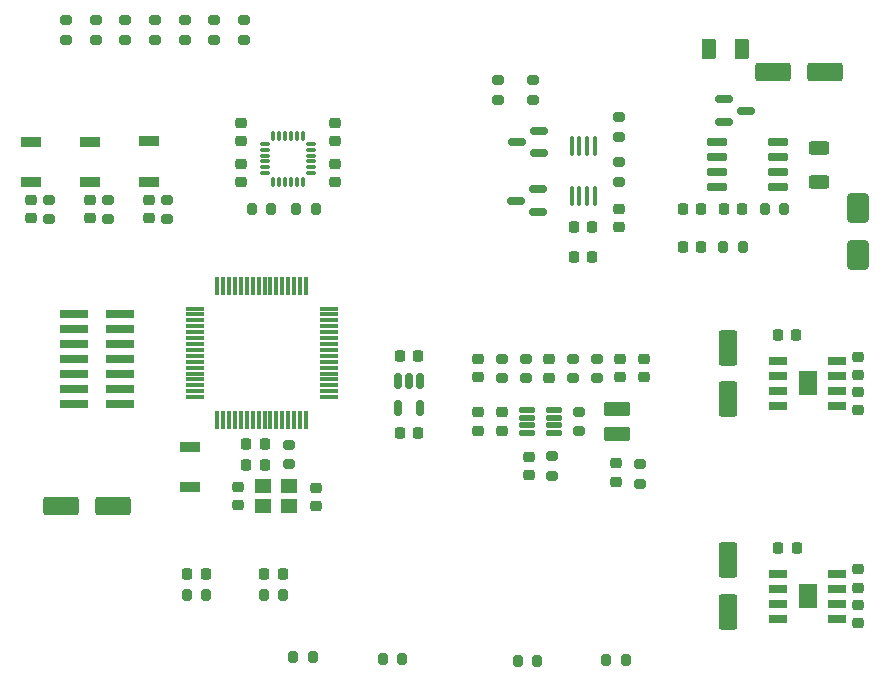
<source format=gbr>
%TF.GenerationSoftware,KiCad,Pcbnew,7.0.7*%
%TF.CreationDate,2023-10-25T17:12:00+02:00*%
%TF.ProjectId,kicad_chat-souris,6b696361-645f-4636-9861-742d736f7572,rev?*%
%TF.SameCoordinates,Original*%
%TF.FileFunction,Paste,Top*%
%TF.FilePolarity,Positive*%
%FSLAX46Y46*%
G04 Gerber Fmt 4.6, Leading zero omitted, Abs format (unit mm)*
G04 Created by KiCad (PCBNEW 7.0.7) date 2023-10-25 17:12:00*
%MOMM*%
%LPD*%
G01*
G04 APERTURE LIST*
G04 Aperture macros list*
%AMRoundRect*
0 Rectangle with rounded corners*
0 $1 Rounding radius*
0 $2 $3 $4 $5 $6 $7 $8 $9 X,Y pos of 4 corners*
0 Add a 4 corners polygon primitive as box body*
4,1,4,$2,$3,$4,$5,$6,$7,$8,$9,$2,$3,0*
0 Add four circle primitives for the rounded corners*
1,1,$1+$1,$2,$3*
1,1,$1+$1,$4,$5*
1,1,$1+$1,$6,$7*
1,1,$1+$1,$8,$9*
0 Add four rect primitives between the rounded corners*
20,1,$1+$1,$2,$3,$4,$5,0*
20,1,$1+$1,$4,$5,$6,$7,0*
20,1,$1+$1,$6,$7,$8,$9,0*
20,1,$1+$1,$8,$9,$2,$3,0*%
G04 Aperture macros list end*
%ADD10RoundRect,0.250000X-1.250000X-0.550000X1.250000X-0.550000X1.250000X0.550000X-1.250000X0.550000X0*%
%ADD11RoundRect,0.225000X-0.225000X-0.250000X0.225000X-0.250000X0.225000X0.250000X-0.225000X0.250000X0*%
%ADD12RoundRect,0.200000X-0.275000X0.200000X-0.275000X-0.200000X0.275000X-0.200000X0.275000X0.200000X0*%
%ADD13RoundRect,0.200000X0.275000X-0.200000X0.275000X0.200000X-0.275000X0.200000X-0.275000X-0.200000X0*%
%ADD14RoundRect,0.200000X-0.200000X-0.275000X0.200000X-0.275000X0.200000X0.275000X-0.200000X0.275000X0*%
%ADD15R,1.700000X0.900000*%
%ADD16R,1.400000X1.200000*%
%ADD17RoundRect,0.200000X0.200000X0.275000X-0.200000X0.275000X-0.200000X-0.275000X0.200000X-0.275000X0*%
%ADD18RoundRect,0.225000X-0.250000X0.225000X-0.250000X-0.225000X0.250000X-0.225000X0.250000X0.225000X0*%
%ADD19RoundRect,0.218750X-0.218750X-0.256250X0.218750X-0.256250X0.218750X0.256250X-0.218750X0.256250X0*%
%ADD20RoundRect,0.225000X0.250000X-0.225000X0.250000X0.225000X-0.250000X0.225000X-0.250000X-0.225000X0*%
%ADD21R,1.505000X0.802000*%
%ADD22R,1.567800X2.101200*%
%ADD23RoundRect,0.150000X-0.725000X-0.150000X0.725000X-0.150000X0.725000X0.150000X-0.725000X0.150000X0*%
%ADD24RoundRect,0.218750X0.218750X0.256250X-0.218750X0.256250X-0.218750X-0.256250X0.218750X-0.256250X0*%
%ADD25RoundRect,0.075000X0.350000X0.075000X-0.350000X0.075000X-0.350000X-0.075000X0.350000X-0.075000X0*%
%ADD26RoundRect,0.075000X-0.075000X0.350000X-0.075000X-0.350000X0.075000X-0.350000X0.075000X0.350000X0*%
%ADD27RoundRect,0.250000X0.375000X0.625000X-0.375000X0.625000X-0.375000X-0.625000X0.375000X-0.625000X0*%
%ADD28RoundRect,0.075000X0.075000X-0.700000X0.075000X0.700000X-0.075000X0.700000X-0.075000X-0.700000X0*%
%ADD29RoundRect,0.075000X0.700000X-0.075000X0.700000X0.075000X-0.700000X0.075000X-0.700000X-0.075000X0*%
%ADD30R,2.400000X0.740000*%
%ADD31RoundRect,0.150000X0.587500X0.150000X-0.587500X0.150000X-0.587500X-0.150000X0.587500X-0.150000X0*%
%ADD32RoundRect,0.250000X0.625000X-0.312500X0.625000X0.312500X-0.625000X0.312500X-0.625000X-0.312500X0*%
%ADD33RoundRect,0.150000X-0.587500X-0.150000X0.587500X-0.150000X0.587500X0.150000X-0.587500X0.150000X0*%
%ADD34RoundRect,0.250000X0.550000X-1.250000X0.550000X1.250000X-0.550000X1.250000X-0.550000X-1.250000X0*%
%ADD35RoundRect,0.100000X0.100000X-0.712500X0.100000X0.712500X-0.100000X0.712500X-0.100000X-0.712500X0*%
%ADD36RoundRect,0.225000X0.225000X0.250000X-0.225000X0.250000X-0.225000X-0.250000X0.225000X-0.250000X0*%
%ADD37RoundRect,0.125000X-0.537500X-0.125000X0.537500X-0.125000X0.537500X0.125000X-0.537500X0.125000X0*%
%ADD38RoundRect,0.218750X0.256250X-0.218750X0.256250X0.218750X-0.256250X0.218750X-0.256250X-0.218750X0*%
%ADD39RoundRect,0.250000X0.850000X-0.375000X0.850000X0.375000X-0.850000X0.375000X-0.850000X-0.375000X0*%
%ADD40RoundRect,0.250000X0.650000X-1.000000X0.650000X1.000000X-0.650000X1.000000X-0.650000X-1.000000X0*%
%ADD41RoundRect,0.150000X-0.150000X0.512500X-0.150000X-0.512500X0.150000X-0.512500X0.150000X0.512500X0*%
G04 APERTURE END LIST*
D10*
%TO.C,C505*%
X112120000Y-98720000D03*
X116520000Y-98720000D03*
%TD*%
D11*
%TO.C,C2*%
X127795000Y-95220000D03*
X129345000Y-95220000D03*
%TD*%
%TO.C,C1*%
X127770000Y-93470000D03*
X129320000Y-93470000D03*
%TD*%
D12*
%TO.C,R804*%
X159295000Y-65757500D03*
X159295000Y-67407500D03*
%TD*%
D13*
%TO.C,R302*%
X149432500Y-87870000D03*
X149432500Y-86220000D03*
%TD*%
D14*
%TO.C,R501*%
X131745000Y-111470000D03*
X133395000Y-111470000D03*
%TD*%
D13*
%TO.C,R803*%
X152070000Y-64295000D03*
X152070000Y-62645000D03*
%TD*%
D15*
%TO.C,SW201*%
X122970000Y-97120000D03*
X122970000Y-93720000D03*
%TD*%
D16*
%TO.C,Y201*%
X129170000Y-98670000D03*
X131370000Y-98670000D03*
X131370000Y-96970000D03*
X129170000Y-96970000D03*
%TD*%
D17*
%TO.C,R504*%
X159895000Y-111720000D03*
X158245000Y-111720000D03*
%TD*%
D11*
%TO.C,C802*%
X155495000Y-75082500D03*
X157045000Y-75082500D03*
%TD*%
D18*
%TO.C,C303*%
X149432500Y-90770000D03*
X149432500Y-92320000D03*
%TD*%
%TO.C,C503*%
X127320000Y-66245000D03*
X127320000Y-67795000D03*
%TD*%
D17*
%TO.C,R503*%
X140995000Y-111620000D03*
X139345000Y-111620000D03*
%TD*%
D13*
%TO.C,R2*%
X125060000Y-57570000D03*
X125060000Y-59220000D03*
%TD*%
D18*
%TO.C,C202*%
X114570000Y-72795000D03*
X114570000Y-74345000D03*
%TD*%
D10*
%TO.C,C805*%
X172370000Y-61970000D03*
X176770000Y-61970000D03*
%TD*%
D13*
%TO.C,R305*%
X157432500Y-87870000D03*
X157432500Y-86220000D03*
%TD*%
D19*
%TO.C,D201*%
X122782500Y-104470000D03*
X124357500Y-104470000D03*
%TD*%
D11*
%TO.C,C404*%
X172822500Y-102220000D03*
X174372500Y-102220000D03*
%TD*%
D20*
%TO.C,C304*%
X151682500Y-96070000D03*
X151682500Y-94520000D03*
%TD*%
%TO.C,C504*%
X127320000Y-71295000D03*
X127320000Y-69745000D03*
%TD*%
D13*
%TO.C,R4*%
X120040000Y-57570000D03*
X120040000Y-59220000D03*
%TD*%
%TO.C,R304*%
X151432500Y-87870000D03*
X151432500Y-86220000D03*
%TD*%
D14*
%TO.C,R506*%
X128245000Y-73520000D03*
X129895000Y-73520000D03*
%TD*%
D21*
%TO.C,U401*%
X172822500Y-86410000D03*
X172822500Y-87680000D03*
X172822500Y-88950000D03*
X172822500Y-90220000D03*
X177817500Y-90220000D03*
X177817500Y-88950000D03*
X177817500Y-87680000D03*
X177817500Y-86410000D03*
D22*
X175320000Y-88315000D03*
%TD*%
D23*
%TO.C,U801*%
X167670000Y-67910000D03*
X167670000Y-69180000D03*
X167670000Y-70450000D03*
X167670000Y-71720000D03*
X172820000Y-71720000D03*
X172820000Y-70450000D03*
X172820000Y-69180000D03*
X172820000Y-67910000D03*
%TD*%
D24*
%TO.C,D202*%
X130857500Y-104470000D03*
X129282500Y-104470000D03*
%TD*%
D25*
%TO.C,U501*%
X133270000Y-70520000D03*
X133270000Y-70020000D03*
X133270000Y-69520000D03*
X133270000Y-69020000D03*
X133270000Y-68520000D03*
X133270000Y-68020000D03*
D26*
X132570000Y-67320000D03*
X132070000Y-67320000D03*
X131570000Y-67320000D03*
X131070000Y-67320000D03*
X130570000Y-67320000D03*
X130070000Y-67320000D03*
D25*
X129370000Y-68020000D03*
X129370000Y-68520000D03*
X129370000Y-69020000D03*
X129370000Y-69520000D03*
X129370000Y-70020000D03*
X129370000Y-70520000D03*
D26*
X130070000Y-71220000D03*
X130570000Y-71220000D03*
X131070000Y-71220000D03*
X131570000Y-71220000D03*
X132070000Y-71220000D03*
X132570000Y-71220000D03*
%TD*%
D11*
%TO.C,C403*%
X172770000Y-84220000D03*
X174320000Y-84220000D03*
%TD*%
D27*
%TO.C,F801*%
X169720000Y-59970000D03*
X166920000Y-59970000D03*
%TD*%
D28*
%TO.C,IC201*%
X125320000Y-91395000D03*
X125820000Y-91395000D03*
X126320000Y-91395000D03*
X126820000Y-91395000D03*
X127320000Y-91395000D03*
X127820000Y-91395000D03*
X128320000Y-91395000D03*
X128820000Y-91395000D03*
X129320000Y-91395000D03*
X129820000Y-91395000D03*
X130320000Y-91395000D03*
X130820000Y-91395000D03*
X131320000Y-91395000D03*
X131820000Y-91395000D03*
X132320000Y-91395000D03*
X132820000Y-91395000D03*
D29*
X134745000Y-89470000D03*
X134745000Y-88970000D03*
X134745000Y-88470000D03*
X134745000Y-87970000D03*
X134745000Y-87470000D03*
X134745000Y-86970000D03*
X134745000Y-86470000D03*
X134745000Y-85970000D03*
X134745000Y-85470000D03*
X134745000Y-84970000D03*
X134745000Y-84470000D03*
X134745000Y-83970000D03*
X134745000Y-83470000D03*
X134745000Y-82970000D03*
X134745000Y-82470000D03*
X134745000Y-81970000D03*
D28*
X132820000Y-80045000D03*
X132320000Y-80045000D03*
X131820000Y-80045000D03*
X131320000Y-80045000D03*
X130820000Y-80045000D03*
X130320000Y-80045000D03*
X129820000Y-80045000D03*
X129320000Y-80045000D03*
X128820000Y-80045000D03*
X128320000Y-80045000D03*
X127820000Y-80045000D03*
X127320000Y-80045000D03*
X126820000Y-80045000D03*
X126320000Y-80045000D03*
X125820000Y-80045000D03*
X125320000Y-80045000D03*
D29*
X123395000Y-81970000D03*
X123395000Y-82470000D03*
X123395000Y-82970000D03*
X123395000Y-83470000D03*
X123395000Y-83970000D03*
X123395000Y-84470000D03*
X123395000Y-84970000D03*
X123395000Y-85470000D03*
X123395000Y-85970000D03*
X123395000Y-86470000D03*
X123395000Y-86970000D03*
X123395000Y-87470000D03*
X123395000Y-87970000D03*
X123395000Y-88470000D03*
X123395000Y-88970000D03*
X123395000Y-89470000D03*
%TD*%
D12*
%TO.C,R306*%
X155432500Y-86220000D03*
X155432500Y-87870000D03*
%TD*%
D20*
%TO.C,C307*%
X161432500Y-87795000D03*
X161432500Y-86245000D03*
%TD*%
D30*
%TO.C,J201*%
X113170000Y-82450000D03*
X117070000Y-82450000D03*
X113170000Y-83720000D03*
X117070000Y-83720000D03*
X113170000Y-84990000D03*
X117070000Y-84990000D03*
X113170000Y-86260000D03*
X117070000Y-86260000D03*
X113170000Y-87530000D03*
X117070000Y-87530000D03*
X113170000Y-88800000D03*
X117070000Y-88800000D03*
X113170000Y-90070000D03*
X117070000Y-90070000D03*
%TD*%
D18*
%TO.C,C201*%
X119570000Y-72795000D03*
X119570000Y-74345000D03*
%TD*%
D12*
%TO.C,R805*%
X159295000Y-69582500D03*
X159295000Y-71232500D03*
%TD*%
D15*
%TO.C,SW204*%
X109570000Y-67870000D03*
X109570000Y-71270000D03*
%TD*%
D31*
%TO.C,Q802*%
X152482500Y-73782500D03*
X152482500Y-71882500D03*
X150607500Y-72832500D03*
%TD*%
D13*
%TO.C,R3*%
X122550000Y-57570000D03*
X122550000Y-59220000D03*
%TD*%
D18*
%TO.C,C205*%
X133670000Y-97145000D03*
X133670000Y-98695000D03*
%TD*%
D13*
%TO.C,R1*%
X127570000Y-57570000D03*
X127570000Y-59220000D03*
%TD*%
%TO.C,R802*%
X149070000Y-64295000D03*
X149070000Y-62645000D03*
%TD*%
D21*
%TO.C,U402*%
X172825000Y-104410000D03*
X172825000Y-105680000D03*
X172825000Y-106950000D03*
X172825000Y-108220000D03*
X177820000Y-108220000D03*
X177820000Y-106950000D03*
X177820000Y-105680000D03*
X177820000Y-104410000D03*
D22*
X175322500Y-106315000D03*
%TD*%
D32*
%TO.C,R_SENSE801*%
X176245000Y-71277500D03*
X176245000Y-68352500D03*
%TD*%
D33*
%TO.C,Q803*%
X168195000Y-64270000D03*
X168195000Y-66170000D03*
X170070000Y-65220000D03*
%TD*%
D12*
%TO.C,R303*%
X153682500Y-94470000D03*
X153682500Y-96120000D03*
%TD*%
D34*
%TO.C,C406*%
X168570000Y-89670000D03*
X168570000Y-85270000D03*
%TD*%
D13*
%TO.C,R203*%
X111070000Y-74395000D03*
X111070000Y-72745000D03*
%TD*%
D34*
%TO.C,C405*%
X168570000Y-107670000D03*
X168570000Y-103270000D03*
%TD*%
D20*
%TO.C,C204*%
X127070000Y-98595000D03*
X127070000Y-97045000D03*
%TD*%
D13*
%TO.C,R5*%
X117530000Y-57570000D03*
X117530000Y-59220000D03*
%TD*%
D18*
%TO.C,C804*%
X159295000Y-73557500D03*
X159295000Y-75107500D03*
%TD*%
%TO.C,C203*%
X109570000Y-72795000D03*
X109570000Y-74345000D03*
%TD*%
D35*
%TO.C,U802*%
X155320000Y-72445000D03*
X155970000Y-72445000D03*
X156620000Y-72445000D03*
X157270000Y-72445000D03*
X157270000Y-68220000D03*
X156620000Y-68220000D03*
X155970000Y-68220000D03*
X155320000Y-68220000D03*
%TD*%
D18*
%TO.C,C402*%
X179572500Y-107040000D03*
X179572500Y-108590000D03*
%TD*%
%TO.C,C305*%
X153432500Y-86270000D03*
X153432500Y-87820000D03*
%TD*%
D36*
%TO.C,C801*%
X166270000Y-73565000D03*
X164720000Y-73565000D03*
%TD*%
D12*
%TO.C,R206*%
X131370000Y-93495000D03*
X131370000Y-95145000D03*
%TD*%
D20*
%TO.C,C408*%
X179572500Y-105590000D03*
X179572500Y-104040000D03*
%TD*%
%TO.C,C302*%
X147432500Y-87795000D03*
X147432500Y-86245000D03*
%TD*%
D37*
%TO.C,U301*%
X151545000Y-90570000D03*
X151545000Y-91220000D03*
X151545000Y-91870000D03*
X151545000Y-92520000D03*
X153820000Y-92520000D03*
X153820000Y-91870000D03*
X153820000Y-91220000D03*
X153820000Y-90570000D03*
%TD*%
D38*
%TO.C,D301*%
X159070000Y-96637500D03*
X159070000Y-95062500D03*
%TD*%
D36*
%TO.C,C309*%
X142345000Y-92470000D03*
X140795000Y-92470000D03*
%TD*%
D13*
%TO.C,R307*%
X161070000Y-96795000D03*
X161070000Y-95145000D03*
%TD*%
D18*
%TO.C,C301*%
X147432500Y-90770000D03*
X147432500Y-92320000D03*
%TD*%
D15*
%TO.C,SW202*%
X119570000Y-67820000D03*
X119570000Y-71220000D03*
%TD*%
D31*
%TO.C,Q801*%
X152545000Y-68832500D03*
X152545000Y-66932500D03*
X150670000Y-67882500D03*
%TD*%
D13*
%TO.C,R201*%
X121070000Y-74395000D03*
X121070000Y-72745000D03*
%TD*%
D20*
%TO.C,C306*%
X159432500Y-87795000D03*
X159432500Y-86245000D03*
%TD*%
D36*
%TO.C,C308*%
X142345000Y-85970000D03*
X140795000Y-85970000D03*
%TD*%
D39*
%TO.C,L301*%
X159182500Y-92620000D03*
X159182500Y-90470000D03*
%TD*%
D13*
%TO.C,R202*%
X116070000Y-74395000D03*
X116070000Y-72745000D03*
%TD*%
D11*
%TO.C,C803*%
X155495000Y-77592500D03*
X157045000Y-77592500D03*
%TD*%
D40*
%TO.C,D802*%
X179570000Y-77470000D03*
X179570000Y-73470000D03*
%TD*%
D18*
%TO.C,C502*%
X135320000Y-69745000D03*
X135320000Y-71295000D03*
%TD*%
%TO.C,C401*%
X179570000Y-89040000D03*
X179570000Y-90590000D03*
%TD*%
D15*
%TO.C,SW203*%
X114570000Y-67870000D03*
X114570000Y-71270000D03*
%TD*%
D17*
%TO.C,R505*%
X133645000Y-73520000D03*
X131995000Y-73520000D03*
%TD*%
D19*
%TO.C,D801*%
X168207500Y-73565000D03*
X169782500Y-73565000D03*
%TD*%
D14*
%TO.C,R205*%
X129245000Y-106220000D03*
X130895000Y-106220000D03*
%TD*%
D36*
%TO.C,C806*%
X166270000Y-76720000D03*
X164720000Y-76720000D03*
%TD*%
D14*
%TO.C,R801*%
X168170000Y-76720000D03*
X169820000Y-76720000D03*
%TD*%
D41*
%TO.C,U302*%
X142520000Y-90357500D03*
X140620000Y-90357500D03*
X140620000Y-88082500D03*
X141570000Y-88082500D03*
X142520000Y-88082500D03*
%TD*%
D13*
%TO.C,R6*%
X115020000Y-57570000D03*
X115020000Y-59220000D03*
%TD*%
D14*
%TO.C,R204*%
X122745000Y-106220000D03*
X124395000Y-106220000D03*
%TD*%
D20*
%TO.C,C407*%
X179570000Y-87590000D03*
X179570000Y-86040000D03*
%TD*%
%TO.C,C501*%
X135320000Y-67795000D03*
X135320000Y-66245000D03*
%TD*%
D14*
%TO.C,R502*%
X150745000Y-111820000D03*
X152395000Y-111820000D03*
%TD*%
D17*
%TO.C,R806*%
X173320000Y-73565000D03*
X171670000Y-73565000D03*
%TD*%
D13*
%TO.C,R7*%
X112510000Y-57570000D03*
X112510000Y-59220000D03*
%TD*%
D12*
%TO.C,R301*%
X155932500Y-90720000D03*
X155932500Y-92370000D03*
%TD*%
M02*

</source>
